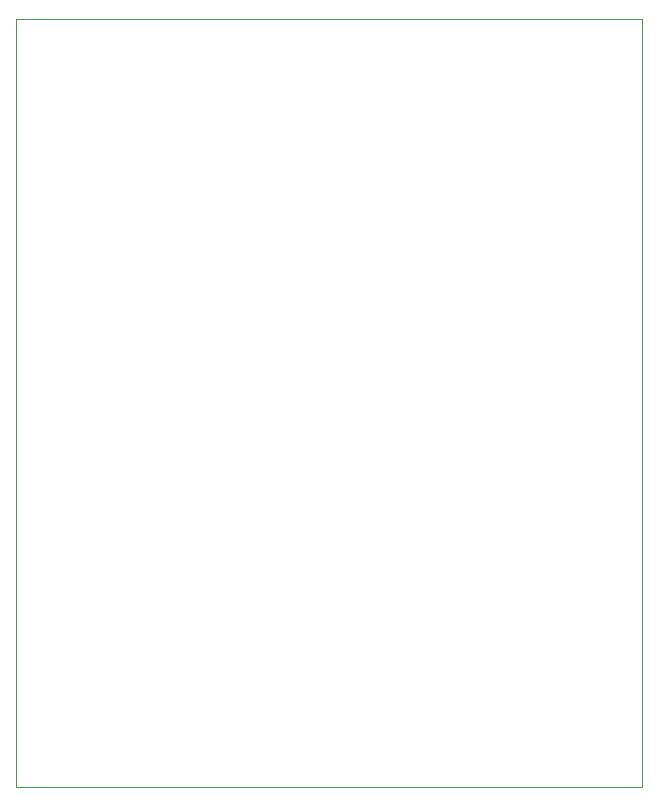
<source format=gbr>
%TF.GenerationSoftware,KiCad,Pcbnew,7.0.10*%
%TF.CreationDate,2025-09-19T15:10:35-04:00*%
%TF.ProjectId,dds-sweeper-board,6464732d-7377-4656-9570-65722d626f61,0*%
%TF.SameCoordinates,Original*%
%TF.FileFunction,Profile,NP*%
%FSLAX46Y46*%
G04 Gerber Fmt 4.6, Leading zero omitted, Abs format (unit mm)*
G04 Created by KiCad (PCBNEW 7.0.10) date 2025-09-19 15:10:35*
%MOMM*%
%LPD*%
G01*
G04 APERTURE LIST*
%TA.AperFunction,Profile*%
%ADD10C,0.100000*%
%TD*%
G04 APERTURE END LIST*
D10*
X32000000Y-34000000D02*
X85000000Y-34000000D01*
X85000000Y-99000000D01*
X32000000Y-99000000D01*
X32000000Y-34000000D01*
M02*

</source>
